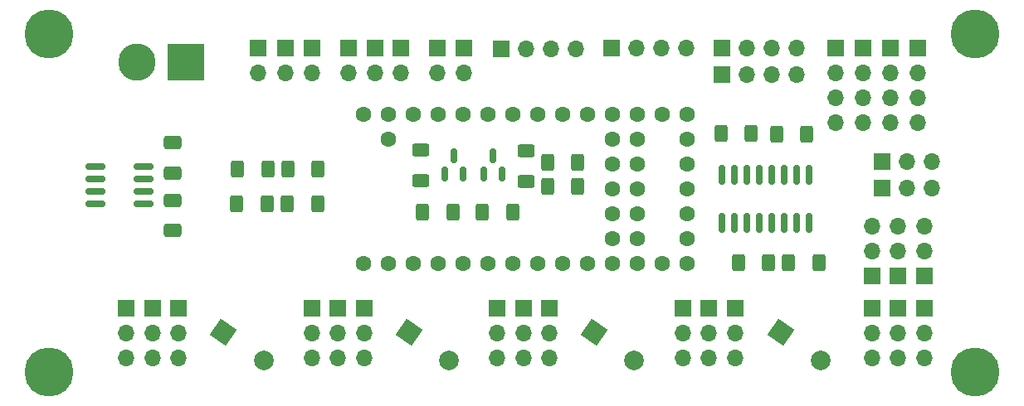
<source format=gbr>
%TF.GenerationSoftware,KiCad,Pcbnew,(6.0.1)*%
%TF.CreationDate,2022-02-05T20:40:31-05:00*%
%TF.ProjectId,motor-controller,6d6f746f-722d-4636-9f6e-74726f6c6c65,rev?*%
%TF.SameCoordinates,Original*%
%TF.FileFunction,Soldermask,Top*%
%TF.FilePolarity,Negative*%
%FSLAX46Y46*%
G04 Gerber Fmt 4.6, Leading zero omitted, Abs format (unit mm)*
G04 Created by KiCad (PCBNEW (6.0.1)) date 2022-02-05 20:40:31*
%MOMM*%
%LPD*%
G01*
G04 APERTURE LIST*
G04 Aperture macros list*
%AMRoundRect*
0 Rectangle with rounded corners*
0 $1 Rounding radius*
0 $2 $3 $4 $5 $6 $7 $8 $9 X,Y pos of 4 corners*
0 Add a 4 corners polygon primitive as box body*
4,1,4,$2,$3,$4,$5,$6,$7,$8,$9,$2,$3,0*
0 Add four circle primitives for the rounded corners*
1,1,$1+$1,$2,$3*
1,1,$1+$1,$4,$5*
1,1,$1+$1,$6,$7*
1,1,$1+$1,$8,$9*
0 Add four rect primitives between the rounded corners*
20,1,$1+$1,$2,$3,$4,$5,0*
20,1,$1+$1,$4,$5,$6,$7,0*
20,1,$1+$1,$6,$7,$8,$9,0*
20,1,$1+$1,$8,$9,$2,$3,0*%
%AMRotRect*
0 Rectangle, with rotation*
0 The origin of the aperture is its center*
0 $1 length*
0 $2 width*
0 $3 Rotation angle, in degrees counterclockwise*
0 Add horizontal line*
21,1,$1,$2,0,0,$3*%
G04 Aperture macros list end*
%ADD10R,1.700000X1.700000*%
%ADD11O,1.700000X1.700000*%
%ADD12RoundRect,0.150000X0.150000X-0.825000X0.150000X0.825000X-0.150000X0.825000X-0.150000X-0.825000X0*%
%ADD13RoundRect,0.150000X-0.825000X-0.150000X0.825000X-0.150000X0.825000X0.150000X-0.825000X0.150000X0*%
%ADD14C,3.800000*%
%ADD15R,3.800000X3.800000*%
%ADD16C,2.900000*%
%ADD17C,5.000000*%
%ADD18RoundRect,0.250000X0.625000X-0.400000X0.625000X0.400000X-0.625000X0.400000X-0.625000X-0.400000X0*%
%ADD19RoundRect,0.250000X-0.400000X-0.625000X0.400000X-0.625000X0.400000X0.625000X-0.400000X0.625000X0*%
%ADD20RotRect,2.000000X2.000000X325.000000*%
%ADD21C,2.000000*%
%ADD22C,1.600000*%
%ADD23RoundRect,0.250000X-0.650000X0.412500X-0.650000X-0.412500X0.650000X-0.412500X0.650000X0.412500X0*%
%ADD24RoundRect,0.250000X0.400000X0.625000X-0.400000X0.625000X-0.400000X-0.625000X0.400000X-0.625000X0*%
%ADD25RoundRect,0.150000X0.150000X-0.587500X0.150000X0.587500X-0.150000X0.587500X-0.150000X-0.587500X0*%
G04 APERTURE END LIST*
D10*
%TO.C,JP1*%
X151530000Y-68075000D03*
D11*
X151530000Y-65535000D03*
X151530000Y-62995000D03*
%TD*%
D12*
%TO.C,U3*%
X133605000Y-62655000D03*
X134875000Y-62655000D03*
X136145000Y-62655000D03*
X137415000Y-62655000D03*
X138685000Y-62655000D03*
X139955000Y-62655000D03*
X141225000Y-62655000D03*
X142495000Y-62655000D03*
X142495000Y-57705000D03*
X141225000Y-57705000D03*
X139955000Y-57705000D03*
X138685000Y-57705000D03*
X137415000Y-57705000D03*
X136145000Y-57705000D03*
X134875000Y-57705000D03*
X133605000Y-57705000D03*
%TD*%
D13*
%TO.C,U1*%
X69648400Y-56896000D03*
X69648400Y-58166000D03*
X69648400Y-59436000D03*
X69648400Y-60706000D03*
X74598400Y-60706000D03*
X74598400Y-59436000D03*
X74598400Y-58166000D03*
X74598400Y-56896000D03*
%TD*%
D10*
%TO.C,J29*%
X147932000Y-44800000D03*
D11*
X147932000Y-47340000D03*
X147932000Y-49880000D03*
X147932000Y-52420000D03*
%TD*%
D14*
%TO.C,J4*%
X73900000Y-46200000D03*
D15*
X78900000Y-46200000D03*
%TD*%
D16*
%TO.C,REF\u002A\u002A*%
X159397200Y-43351000D03*
D17*
X159397200Y-43351000D03*
%TD*%
D10*
%TO.C,J9*%
X113299929Y-71375000D03*
D11*
X113299929Y-73915000D03*
X113299929Y-76455000D03*
%TD*%
D10*
%TO.C,J33*%
X111018400Y-44813600D03*
D11*
X113558400Y-44813600D03*
X116098400Y-44813600D03*
X118638400Y-44813600D03*
%TD*%
D18*
%TO.C,R12*%
X113591600Y-58392000D03*
X113591600Y-55292000D03*
%TD*%
D10*
%TO.C,J22*%
X154200000Y-71375000D03*
D11*
X154200000Y-73915000D03*
X154200000Y-76455000D03*
%TD*%
D10*
%TO.C,J7*%
X97043929Y-71375000D03*
D11*
X97043929Y-73915000D03*
X97043929Y-76455000D03*
%TD*%
D19*
%TO.C,R10*%
X139120000Y-53600000D03*
X142220000Y-53600000D03*
%TD*%
D20*
%TO.C,C2*%
X82698998Y-73779830D03*
D21*
X86794758Y-76647712D03*
%TD*%
D10*
%TO.C,J15*%
X86256800Y-44780000D03*
D11*
X86256800Y-47320000D03*
%TD*%
D10*
%TO.C,J16*%
X100843000Y-44780000D03*
D11*
X100843000Y-47320000D03*
%TD*%
D19*
%TO.C,R6*%
X115750000Y-56487000D03*
X118850000Y-56487000D03*
%TD*%
%TO.C,R9*%
X133470000Y-53500000D03*
X136570000Y-53500000D03*
%TD*%
D10*
%TO.C,J30*%
X133600000Y-44800000D03*
D11*
X136140000Y-44800000D03*
X138680000Y-44800000D03*
X141220000Y-44800000D03*
%TD*%
D22*
%TO.C,U2*%
X96954602Y-66799400D03*
X99494602Y-66799400D03*
X102034602Y-66799400D03*
X104574602Y-66799400D03*
X107114602Y-66799400D03*
X109654602Y-66799400D03*
X112194602Y-66799400D03*
X114734602Y-66799400D03*
X117274602Y-66799400D03*
X119814602Y-66799400D03*
X122354602Y-66799400D03*
X124894602Y-66799400D03*
X127434602Y-66799400D03*
X129974602Y-66799400D03*
X129974602Y-64259400D03*
X129974602Y-61719400D03*
X129974602Y-59179400D03*
X129974602Y-56639400D03*
X129974602Y-54099400D03*
X129974602Y-51559400D03*
X127434602Y-51559400D03*
X124894602Y-51559400D03*
X122354602Y-51559400D03*
X119814602Y-51559400D03*
X117274602Y-51559400D03*
X114734602Y-51559400D03*
X112194602Y-51559400D03*
X109654602Y-51559400D03*
X107114602Y-51559400D03*
X104574602Y-51559400D03*
X102034602Y-51559400D03*
X99494602Y-51559400D03*
X96954602Y-51559400D03*
X99494602Y-54099400D03*
X124894602Y-54099400D03*
X122354602Y-54099400D03*
X124894602Y-56639400D03*
X122354602Y-56639400D03*
X124894602Y-59179400D03*
X122354602Y-59179400D03*
X124894602Y-61719400D03*
X122354602Y-61719400D03*
X124894602Y-64259400D03*
X122354602Y-64259400D03*
%TD*%
D10*
%TO.C,J31*%
X150726000Y-44800000D03*
D11*
X150726000Y-47340000D03*
X150726000Y-49880000D03*
X150726000Y-52420000D03*
%TD*%
D10*
%TO.C,J6*%
X94376929Y-71375000D03*
D11*
X94376929Y-73915000D03*
X94376929Y-76455000D03*
%TD*%
D10*
%TO.C,J21*%
X89000000Y-44780000D03*
D11*
X89000000Y-47320000D03*
%TD*%
D23*
%TO.C,C6*%
X77500000Y-54437500D03*
X77500000Y-57562500D03*
%TD*%
D10*
%TO.C,J18*%
X151533000Y-71375000D03*
D11*
X151533000Y-73915000D03*
X151533000Y-76455000D03*
%TD*%
D10*
%TO.C,J19*%
X98143000Y-44780000D03*
D11*
X98143000Y-47320000D03*
%TD*%
D10*
%TO.C,J26*%
X149935000Y-56340000D03*
D11*
X152475000Y-56340000D03*
X155015000Y-56340000D03*
%TD*%
D20*
%TO.C,C1*%
X139588934Y-73779830D03*
D21*
X143684694Y-76647712D03*
%TD*%
D24*
%TO.C,R8*%
X138340000Y-66690000D03*
X135240000Y-66690000D03*
%TD*%
D19*
%TO.C,R4*%
X89200000Y-60706000D03*
X92300000Y-60706000D03*
%TD*%
D10*
%TO.C,J2*%
X75453929Y-71375000D03*
D11*
X75453929Y-73915000D03*
X75453929Y-76455000D03*
%TD*%
D18*
%TO.C,R14*%
X102872800Y-58290400D03*
X102872800Y-55190400D03*
%TD*%
D19*
%TO.C,R11*%
X109100000Y-61500000D03*
X112200000Y-61500000D03*
%TD*%
D10*
%TO.C,J12*%
X132222929Y-71375000D03*
D11*
X132222929Y-73915000D03*
X132222929Y-76455000D03*
%TD*%
D10*
%TO.C,J14*%
X95443000Y-44780000D03*
D11*
X95443000Y-47320000D03*
%TD*%
D10*
%TO.C,JP2*%
X148860000Y-68085000D03*
D11*
X148860000Y-65545000D03*
X148860000Y-63005000D03*
%TD*%
D10*
%TO.C,J23*%
X91743200Y-44780000D03*
D11*
X91743200Y-47320000D03*
%TD*%
D10*
%TO.C,JP3*%
X154200000Y-68085000D03*
D11*
X154200000Y-65545000D03*
X154200000Y-63005000D03*
%TD*%
D10*
%TO.C,J5*%
X91709929Y-71375000D03*
D11*
X91709929Y-73915000D03*
X91709929Y-76455000D03*
%TD*%
D10*
%TO.C,J25*%
X149940000Y-59070000D03*
D11*
X152480000Y-59070000D03*
X155020000Y-59070000D03*
%TD*%
D10*
%TO.C,J10*%
X115966929Y-71390011D03*
D11*
X115966929Y-73930011D03*
X115966929Y-76470011D03*
%TD*%
D25*
%TO.C,Q2*%
X105275600Y-57625400D03*
X107175600Y-57625400D03*
X106225600Y-55750400D03*
%TD*%
D19*
%TO.C,R2*%
X84067980Y-60706000D03*
X87167980Y-60706000D03*
%TD*%
%TO.C,R13*%
X103002800Y-61550800D03*
X106102800Y-61550800D03*
%TD*%
D16*
%TO.C,REF\u002A\u002A*%
X159397200Y-77851000D03*
D17*
X159397200Y-77851000D03*
%TD*%
D23*
%TO.C,C5*%
X77500000Y-60300000D03*
X77500000Y-63425000D03*
%TD*%
D10*
%TO.C,J27*%
X145138000Y-44800000D03*
D11*
X145138000Y-47340000D03*
X145138000Y-49880000D03*
X145138000Y-52420000D03*
%TD*%
D19*
%TO.C,R1*%
X84120000Y-57150000D03*
X87220000Y-57150000D03*
%TD*%
D10*
%TO.C,J24*%
X122300000Y-44800000D03*
D11*
X124840000Y-44800000D03*
X127380000Y-44800000D03*
X129920000Y-44800000D03*
%TD*%
D10*
%TO.C,J32*%
X153520000Y-44800000D03*
D11*
X153520000Y-47340000D03*
X153520000Y-49880000D03*
X153520000Y-52420000D03*
%TD*%
D10*
%TO.C,J8*%
X110632929Y-71359989D03*
D11*
X110632929Y-73899989D03*
X110632929Y-76439989D03*
%TD*%
D10*
%TO.C,J28*%
X133600000Y-47490000D03*
D11*
X136140000Y-47490000D03*
X138680000Y-47490000D03*
X141220000Y-47490000D03*
%TD*%
D24*
%TO.C,R7*%
X143440000Y-66690000D03*
X140340000Y-66690000D03*
%TD*%
D10*
%TO.C,J1*%
X72786929Y-71375000D03*
D11*
X72786929Y-73915000D03*
X72786929Y-76455000D03*
%TD*%
D10*
%TO.C,J34*%
X107243000Y-44800000D03*
D11*
X107243000Y-47340000D03*
%TD*%
D25*
%TO.C,Q1*%
X109238000Y-57625400D03*
X111138000Y-57625400D03*
X110188000Y-55750400D03*
%TD*%
D10*
%TO.C,J17*%
X148866000Y-71375000D03*
D11*
X148866000Y-73915000D03*
X148866000Y-76455000D03*
%TD*%
D19*
%TO.C,R3*%
X89274980Y-57150000D03*
X92374980Y-57150000D03*
%TD*%
D20*
%TO.C,C4*%
X101621998Y-73788000D03*
D21*
X105717758Y-76655882D03*
%TD*%
D20*
%TO.C,C3*%
X120538934Y-73779830D03*
D21*
X124634694Y-76647712D03*
%TD*%
D16*
%TO.C,REF\u002A\u002A*%
X64897200Y-77851000D03*
D17*
X64897200Y-77851000D03*
%TD*%
D10*
%TO.C,J20*%
X104543000Y-44775000D03*
D11*
X104543000Y-47315000D03*
%TD*%
D10*
%TO.C,J3*%
X78120929Y-71390011D03*
D11*
X78120929Y-73930011D03*
X78120929Y-76470011D03*
%TD*%
D16*
%TO.C,REF\u002A\u002A*%
X64897200Y-43351000D03*
D17*
X64897200Y-43351000D03*
%TD*%
D10*
%TO.C,J11*%
X129555929Y-71375000D03*
D11*
X129555929Y-73915000D03*
X129555929Y-76455000D03*
%TD*%
D19*
%TO.C,R5*%
X115750000Y-58900000D03*
X118850000Y-58900000D03*
%TD*%
D10*
%TO.C,J13*%
X134889929Y-71375000D03*
D11*
X134889929Y-73915000D03*
X134889929Y-76455000D03*
%TD*%
M02*

</source>
